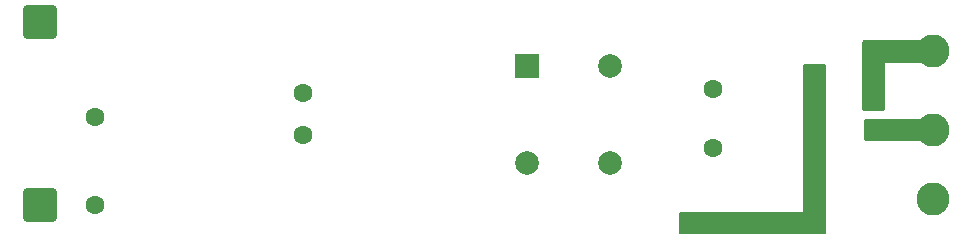
<source format=gbl>
G04 #@! TF.GenerationSoftware,KiCad,Pcbnew,8.0.3*
G04 #@! TF.CreationDate,2025-08-12T15:57:26+07:00*
G04 #@! TF.ProjectId,si-hardware-downled,73692d68-6172-4647-9761-72652d646f77,rev?*
G04 #@! TF.SameCoordinates,Original*
G04 #@! TF.FileFunction,Copper,L2,Bot*
G04 #@! TF.FilePolarity,Positive*
%FSLAX46Y46*%
G04 Gerber Fmt 4.6, Leading zero omitted, Abs format (unit mm)*
G04 Created by KiCad (PCBNEW 8.0.3) date 2025-08-12 15:57:26*
%MOMM*%
%LPD*%
G01*
G04 APERTURE LIST*
G04 Aperture macros list*
%AMRoundRect*
0 Rectangle with rounded corners*
0 $1 Rounding radius*
0 $2 $3 $4 $5 $6 $7 $8 $9 X,Y pos of 4 corners*
0 Add a 4 corners polygon primitive as box body*
4,1,4,$2,$3,$4,$5,$6,$7,$8,$9,$2,$3,0*
0 Add four circle primitives for the rounded corners*
1,1,$1+$1,$2,$3*
1,1,$1+$1,$4,$5*
1,1,$1+$1,$6,$7*
1,1,$1+$1,$8,$9*
0 Add four rect primitives between the rounded corners*
20,1,$1+$1,$2,$3,$4,$5,0*
20,1,$1+$1,$4,$5,$6,$7,0*
20,1,$1+$1,$6,$7,$8,$9,0*
20,1,$1+$1,$8,$9,$2,$3,0*%
G04 Aperture macros list end*
G04 #@! TA.AperFunction,ComponentPad*
%ADD10C,1.600000*%
G04 #@! TD*
G04 #@! TA.AperFunction,ComponentPad*
%ADD11R,2.000000X2.000000*%
G04 #@! TD*
G04 #@! TA.AperFunction,ComponentPad*
%ADD12C,2.000000*%
G04 #@! TD*
G04 #@! TA.AperFunction,ComponentPad*
%ADD13RoundRect,0.250001X-1.149999X1.149999X-1.149999X-1.149999X1.149999X-1.149999X1.149999X1.149999X0*%
G04 #@! TD*
G04 #@! TA.AperFunction,ComponentPad*
%ADD14C,2.800000*%
G04 #@! TD*
G04 #@! TA.AperFunction,ViaPad*
%ADD15C,0.800000*%
G04 #@! TD*
G04 APERTURE END LIST*
D10*
X133086800Y-77966600D03*
X133086800Y-74466600D03*
X167834000Y-79105000D03*
X167834000Y-74105000D03*
D11*
X152037727Y-72146644D03*
D12*
X159068073Y-72146644D03*
X152037727Y-80333356D03*
X159068073Y-80333356D03*
D10*
X115535400Y-76462500D03*
X115535400Y-83962500D03*
D13*
X110811000Y-83947000D03*
D14*
X186436000Y-77597000D03*
X186436000Y-83383000D03*
D13*
X110811000Y-68474500D03*
D14*
X186436000Y-70866000D03*
D15*
X176852000Y-73351000D03*
X165443033Y-85062000D03*
X176852000Y-72491000D03*
X165443033Y-85922000D03*
X175922000Y-72491000D03*
X166386200Y-85062000D03*
X175922000Y-73351000D03*
X166386200Y-85922000D03*
G04 #@! TA.AperFunction,Conductor*
G36*
X186232039Y-76671685D02*
G01*
X186277794Y-76724489D01*
X186289000Y-76776000D01*
X186289000Y-78341000D01*
X186269315Y-78408039D01*
X186216511Y-78453794D01*
X186165000Y-78465000D01*
X186126765Y-78465000D01*
X186108151Y-78478631D01*
X186066041Y-78486000D01*
X180747000Y-78486000D01*
X180679961Y-78466315D01*
X180634206Y-78413511D01*
X180623000Y-78362000D01*
X180623000Y-77728576D01*
X180622405Y-77723043D01*
X180622405Y-76776000D01*
X180642090Y-76708961D01*
X180694894Y-76663206D01*
X180746405Y-76652000D01*
X186165000Y-76652000D01*
X186232039Y-76671685D01*
G37*
G04 #@! TD.AperFunction*
G04 #@! TA.AperFunction,Conductor*
G36*
X186759039Y-69986685D02*
G01*
X186804794Y-70039489D01*
X186816000Y-70091000D01*
X186816000Y-71758000D01*
X186796315Y-71825039D01*
X186743511Y-71870794D01*
X186692000Y-71882000D01*
X182372000Y-71882000D01*
X182372000Y-75809000D01*
X182352315Y-75876039D01*
X182299511Y-75921794D01*
X182248000Y-75933000D01*
X180579785Y-75933000D01*
X180512746Y-75913315D01*
X180466991Y-75860511D01*
X180455785Y-75809000D01*
X180455785Y-70091000D01*
X180475470Y-70023961D01*
X180528274Y-69978206D01*
X180579785Y-69967000D01*
X186692000Y-69967000D01*
X186759039Y-69986685D01*
G37*
G04 #@! TD.AperFunction*
G04 #@! TA.AperFunction,Conductor*
G36*
X177313239Y-72010885D02*
G01*
X177358994Y-72063689D01*
X177370200Y-72115200D01*
X177370200Y-86298800D01*
X177350515Y-86365839D01*
X177297711Y-86411594D01*
X177246200Y-86422800D01*
X165096800Y-86422800D01*
X165029761Y-86403115D01*
X164984006Y-86350311D01*
X164972800Y-86298800D01*
X164972800Y-84649000D01*
X164992485Y-84581961D01*
X165045289Y-84536206D01*
X165096800Y-84525000D01*
X175458735Y-84525000D01*
X175458735Y-72115200D01*
X175478420Y-72048161D01*
X175531224Y-72002406D01*
X175582735Y-71991200D01*
X177246200Y-71991200D01*
X177313239Y-72010885D01*
G37*
G04 #@! TD.AperFunction*
M02*

</source>
